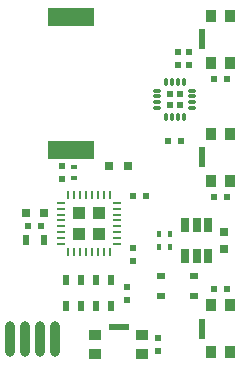
<source format=gbr>
G04 #@! TF.GenerationSoftware,KiCad,Pcbnew,5.1.4-e60b266~84~ubuntu16.04.1*
G04 #@! TF.CreationDate,2019-11-09T12:49:13+01:00*
G04 #@! TF.ProjectId,MiniVarioL0,4d696e69-5661-4726-996f-4c302e6b6963,v1.0.0*
G04 #@! TF.SameCoordinates,PX84157a0PY7270e00*
G04 #@! TF.FileFunction,Paste,Top*
G04 #@! TF.FilePolarity,Positive*
%FSLAX46Y46*%
G04 Gerber Fmt 4.6, Leading zero omitted, Abs format (unit mm)*
G04 Created by KiCad (PCBNEW 5.1.4-e60b266~84~ubuntu16.04.1) date 2019-11-09 12:49:13*
%MOMM*%
%LPD*%
G04 APERTURE LIST*
%ADD10R,1.035000X1.035000*%
%ADD11R,0.250000X0.700000*%
%ADD12R,0.700000X0.250000*%
%ADD13R,0.525000X0.525000*%
%ADD14O,0.300000X0.800000*%
%ADD15O,0.800000X0.300000*%
%ADD16R,0.550000X1.700000*%
%ADD17R,0.900000X1.000000*%
%ADD18R,1.700000X0.550000*%
%ADD19R,1.000000X0.900000*%
%ADD20R,0.500000X0.600000*%
%ADD21R,0.600000X0.500000*%
%ADD22R,0.750000X0.800000*%
%ADD23R,0.800000X0.750000*%
%ADD24R,0.800000X0.600000*%
%ADD25R,0.800000X0.800000*%
%ADD26R,0.500000X0.900000*%
%ADD27O,0.800000X3.000000*%
%ADD28R,4.000000X1.500000*%
%ADD29R,0.650000X1.220000*%
%ADD30R,0.400000X0.600000*%
%ADD31R,0.600000X0.400000*%
%ADD32R,0.550000X0.950000*%
G04 APERTURE END LIST*
D10*
X6637500Y12512500D03*
X6637500Y10787500D03*
X8362500Y12512500D03*
X8362500Y10787500D03*
D11*
X5750000Y14050000D03*
X6250000Y14050000D03*
X6750000Y14050000D03*
X7250000Y14050000D03*
X7750000Y14050000D03*
X8250000Y14050000D03*
X8750000Y14050000D03*
X9250000Y14050000D03*
D12*
X9900000Y13400000D03*
X9900000Y12900000D03*
X9900000Y12400000D03*
X9900000Y11900000D03*
X9900000Y11400000D03*
X9900000Y10900000D03*
X9900000Y10400000D03*
X9900000Y9900000D03*
D11*
X9250000Y9250000D03*
X8750000Y9250000D03*
X8250000Y9250000D03*
X7750000Y9250000D03*
X7250000Y9250000D03*
X6750000Y9250000D03*
X6250000Y9250000D03*
X5750000Y9250000D03*
D12*
X5100000Y9900000D03*
X5100000Y10400000D03*
X5100000Y10900000D03*
X5100000Y11400000D03*
X5100000Y11900000D03*
X5100000Y12400000D03*
X5100000Y12900000D03*
X5100000Y13400000D03*
D13*
X14312500Y22587500D03*
X14312500Y21712500D03*
X15187500Y22587500D03*
X15187500Y21712500D03*
D14*
X14000000Y23650000D03*
X14500000Y23650000D03*
X15000000Y23650000D03*
X15500000Y23650000D03*
D15*
X16250000Y22900000D03*
X16250000Y22400000D03*
X16250000Y21900000D03*
X16250000Y21400000D03*
D14*
X15500000Y20650000D03*
X15000000Y20650000D03*
X14500000Y20650000D03*
X14000000Y20650000D03*
D15*
X13250000Y21400000D03*
X13250000Y21900000D03*
X13250000Y22400000D03*
X13250000Y22900000D03*
D16*
X17100000Y27250000D03*
D17*
X19400000Y29250000D03*
X17800000Y29250000D03*
X17800000Y25250000D03*
X19400000Y25250000D03*
D16*
X17100000Y17250000D03*
D17*
X19400000Y19250000D03*
X17800000Y19250000D03*
X17800000Y15250000D03*
X19400000Y15250000D03*
D16*
X17100000Y2750000D03*
D17*
X19400000Y4750000D03*
X17800000Y4750000D03*
X17800000Y750000D03*
X19400000Y750000D03*
D18*
X10000000Y2900000D03*
D19*
X12000000Y600000D03*
X12000000Y2200000D03*
X8000000Y2200000D03*
X8000000Y600000D03*
D20*
X13350000Y1950000D03*
X13350000Y850000D03*
D21*
X18050000Y6100000D03*
X19150000Y6100000D03*
X19150000Y13900000D03*
X18050000Y13900000D03*
X19150000Y23900000D03*
X18050000Y23900000D03*
D22*
X18950000Y10950000D03*
X18950000Y9450000D03*
D21*
X14200000Y18600000D03*
X15300000Y18600000D03*
D20*
X15000000Y26150000D03*
X15000000Y25050000D03*
X5200000Y15400000D03*
X5200000Y16500000D03*
D21*
X11250000Y14000000D03*
X12350000Y14000000D03*
D20*
X11200000Y8450000D03*
X11200000Y9550000D03*
X15950000Y25050000D03*
X15950000Y26150000D03*
D23*
X2150000Y12500000D03*
X3650000Y12500000D03*
D21*
X2350000Y11400000D03*
X3450000Y11400000D03*
D20*
X10750000Y5200000D03*
X10750000Y6300000D03*
D24*
X16400000Y7200000D03*
X16400000Y5500000D03*
X13550000Y7200000D03*
X13550000Y5500000D03*
D25*
X9200000Y16500000D03*
X10800000Y16500000D03*
D26*
X2200000Y10250000D03*
X3700000Y10250000D03*
D27*
X845000Y1850000D03*
X2115000Y1850000D03*
X3385000Y1850000D03*
X4655000Y1850000D03*
D28*
X6000000Y29100000D03*
X6000000Y17900000D03*
D29*
X15650000Y11510000D03*
X16600000Y11510000D03*
X17550000Y11510000D03*
X17550000Y8890000D03*
X16600000Y8890000D03*
X15650000Y8890000D03*
D30*
X13450000Y10750000D03*
X14350000Y10750000D03*
X14350000Y9650000D03*
X13450000Y9650000D03*
D31*
X6200000Y16400000D03*
X6200000Y15500000D03*
D32*
X5575000Y4675000D03*
X6825000Y4675000D03*
X8075000Y4675000D03*
X9325000Y4675000D03*
X6825000Y6825000D03*
X8075000Y6825000D03*
X9325000Y6825000D03*
X5575000Y6825000D03*
M02*

</source>
